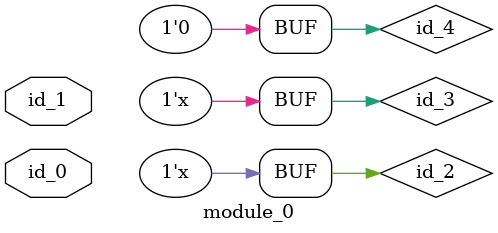
<source format=v>
`timescale 1ps / 1ps
module module_0 (
    input id_0,
    input id_1
);
  assign id_2 = id_0[1 : 1];
  reg id_3, id_4 = 1;
  always begin
    id_3 <= id_2;
    id_4 = 'h0;
  end
endmodule
`define pp_2 0

</source>
